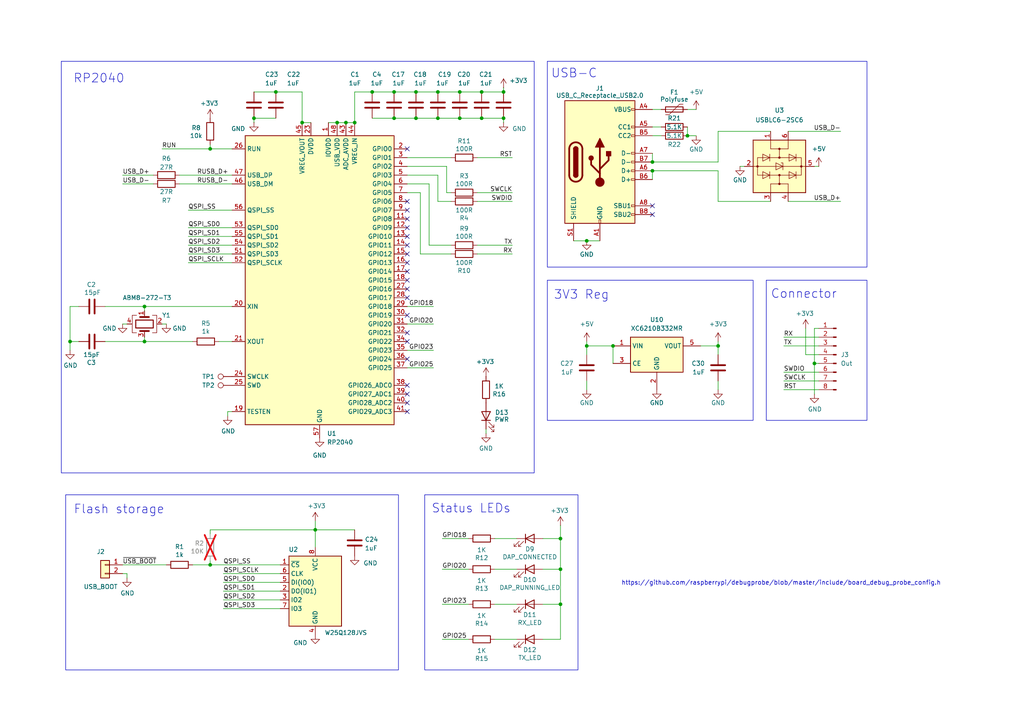
<source format=kicad_sch>
(kicad_sch (version 20250114) (generator "eeschema") (generator_version "9.0")
  (paper "A4")
  (title_block (title "USB to SWD/UART Bridge"))
  (lib_symbols
    (symbol "+3V3_1" (power) (pin_numbers (hide yes)) (pin_names (offset 0) (hide yes))
      (property "Value" "+3V3" (at 0 3.556 0))
      (symbol "+3V3_1_0_1"
        (polyline (pts (xy -0.762 1.27) (xy 0 2.54)))
        (polyline (pts (xy 0 2.54) (xy 0.762 1.27)))
        (polyline (pts (xy 0 0) (xy 0 2.54)))
      )
      (symbol "+3V3_1_1_1"
        (pin power_in line (at 0 0 90) (length 0) (name "~") (number "1"))
      )
    )
    (symbol "Connector:Conn_01x08_Pin" (pin_names (offset 1.016) (hide yes))
      (property "Reference" "J" (at 0 10.16 0))
      (property "Value" "Conn_01x08_Pin" (at 0 -12.7 0))
      (symbol "Conn_01x08_Pin_1_1"
        (rectangle (start 0.8636 7.747) (end 0 7.493) (stroke (width 0.1524)) (fill (type outline)))
        (rectangle (start 0.8636 5.207) (end 0 4.953) (stroke (width 0.1524)) (fill (type outline)))
        (rectangle (start 0.8636 2.667) (end 0 2.413) (stroke (width 0.1524)) (fill (type outline)))
        (rectangle (start 0.8636 0.127) (end 0 -0.127) (stroke (width 0.1524)) (fill (type outline)))
        (rectangle (start 0.8636 -2.413) (end 0 -2.667) (stroke (width 0.1524)) (fill (type outline)))
        (rectangle (start 0.8636 -4.953) (end 0 -5.207) (stroke (width 0.1524)) (fill (type outline)))
        (rectangle (start 0.8636 -7.493) (end 0 -7.747) (stroke (width 0.1524)) (fill (type outline)))
        (rectangle (start 0.8636 -10.033) (end 0 -10.287) (stroke (width 0.1524)) (fill (type outline)))
        (polyline (pts (xy 1.27 7.62) (xy 0.8636 7.62)) (stroke (width 0.1524)))
        (polyline (pts (xy 1.27 5.08) (xy 0.8636 5.08)) (stroke (width 0.1524)))
        (polyline (pts (xy 1.27 2.54) (xy 0.8636 2.54)) (stroke (width 0.1524)))
        (polyline (pts (xy 1.27 0) (xy 0.8636 0)) (stroke (width 0.1524)))
        (polyline (pts (xy 1.27 -2.54) (xy 0.8636 -2.54)) (stroke (width 0.1524)))
        (polyline (pts (xy 1.27 -5.08) (xy 0.8636 -5.08)) (stroke (width 0.1524)))
        (polyline (pts (xy 1.27 -7.62) (xy 0.8636 -7.62)) (stroke (width 0.1524)))
        (polyline (pts (xy 1.27 -10.16) (xy 0.8636 -10.16)) (stroke (width 0.1524)))
        (pin passive line (at 5.08 7.62 180) (length 3.81) (name "Pin_1") (number "1"))
        (pin passive line (at 5.08 5.08 180) (length 3.81) (name "Pin_2") (number "2"))
        (pin passive line (at 5.08 2.54 180) (length 3.81) (name "Pin_3") (number "3"))
        (pin passive line (at 5.08 0 180) (length 3.81) (name "Pin_4") (number "4"))
        (pin passive line (at 5.08 -2.54 180) (length 3.81) (name "Pin_5") (number "5"))
        (pin passive line (at 5.08 -5.08 180) (length 3.81) (name "Pin_6") (number "6"))
        (pin passive line (at 5.08 -7.62 180) (length 3.81) (name "Pin_7") (number "7"))
        (pin passive line (at 5.08 -10.16 180) (length 3.81) (name "Pin_8") (number "8"))
      )
    )
    (symbol "Connector:TestPoint" (pin_numbers (hide yes)) (pin_names (offset 0.762) (hide yes))
      (property "Reference" "TP" (at 0 6.858 0))
      (property "Value" "TestPoint" (at 0 5.08 0))
      (symbol "TestPoint_0_1"
        (circle (center 0 3.302) (radius 0.762))
      )
      (symbol "TestPoint_1_1"
        (pin passive line (at 0 0 90) (length 2.54) (name "1") (number "1"))
      )
    )
    (symbol "Connector:USB_C_Receptacle_USB2.0" (pin_names (offset 1.016))
      (property "Reference" "J" (at -10.16 19.05 0))
      (property "Value" "USB_C_Receptacle_USB2.0" (at 19.05 19.05 0))
      (symbol "USB_C_Receptacle_USB2.0_0_0"
        (rectangle (start -0.254 -17.78) (end 0.254 -16.764))
        (rectangle (start 10.16 15.494) (end 9.144 14.986))
        (rectangle (start 10.16 10.414) (end 9.144 9.906))
        (rectangle (start 10.16 7.874) (end 9.144 7.366))
        (rectangle (start 10.16 2.794) (end 9.144 2.286))
        (rectangle (start 10.16 0.254) (end 9.144 -0.254))
        (rectangle (start 10.16 -2.286) (end 9.144 -2.794))
        (rectangle (start 10.16 -4.826) (end 9.144 -5.334))
        (rectangle (start 10.16 -12.446) (end 9.144 -12.954))
        (rectangle (start 10.16 -14.986) (end 9.144 -15.494))
      )
      (symbol "USB_C_Receptacle_USB2.0_0_1"
        (rectangle (start -10.16 17.78) (end 10.16 -17.78) (stroke (width 0.254)) (fill (type background)))
        (polyline (pts (xy -8.89 -3.81) (xy -8.89 3.81)) (stroke (width 0.508)))
        (rectangle (start -7.62 -3.81) (end -6.35 3.81) (stroke (width 0.254)) (fill (type outline)))
        (arc (start -7.62 3.81) (mid -6.985 4.4423) (end -6.35 3.81) (stroke (width 0.254)))
        (arc (start -7.62 3.81) (mid -6.985 4.4423) (end -6.35 3.81) (stroke (width 0.254)) (fill (type outline)))
        (arc (start -8.89 3.81) (mid -6.985 5.7067) (end -5.08 3.81) (stroke (width 0.508)))
        (arc (start -5.08 -3.81) (mid -6.985 -5.7067) (end -8.89 -3.81) (stroke (width 0.508)))
        (arc (start -6.35 -3.81) (mid -6.985 -4.4423) (end -7.62 -3.81) (stroke (width 0.254)))
        (arc (start -6.35 -3.81) (mid -6.985 -4.4423) (end -7.62 -3.81) (stroke (width 0.254)) (fill (type outline)))
        (polyline (pts (xy -5.08 3.81) (xy -5.08 -3.81)) (stroke (width 0.508)))
        (circle (center -2.54 1.143) (radius 0.635) (stroke (width 0.254)) (fill (type outline)))
        (polyline (pts (xy -1.27 4.318) (xy 0 6.858) (xy 1.27 4.318) (xy -1.27 4.318)) (stroke (width 0.254)) (fill (type outline)))
        (polyline (pts (xy 0 -2.032) (xy 2.54 0.508) (xy 2.54 1.778)) (stroke (width 0.508)))
        (polyline (pts (xy 0 -3.302) (xy -2.54 -0.762) (xy -2.54 0.508)) (stroke (width 0.508)))
        (polyline (pts (xy 0 -5.842) (xy 0 4.318)) (stroke (width 0.508)))
        (circle (center 0 -5.842) (radius 1.27) (fill (type outline)))
        (rectangle (start 1.905 1.778) (end 3.175 3.048) (stroke (width 0.254)) (fill (type outline)))
      )
      (symbol "USB_C_Receptacle_USB2.0_1_1"
        (pin passive line (at -7.62 -22.86 90) (length 5.08) (name "SHIELD") (number "S1"))
        (pin passive line (at 0 -22.86 90) (length 5.08) (name "GND") (number "A1"))
        (pin passive line (at 0 -22.86 90) (length 5.08) (hide yes) (name "GND") (number "A12"))
        (pin passive line (at 0 -22.86 90) (length 5.08) (hide yes) (name "GND") (number "B1"))
        (pin passive line (at 0 -22.86 90) (length 5.08) (hide yes) (name "GND") (number "B12"))
        (pin passive line (at 15.24 15.24 180) (length 5.08) (name "VBUS") (number "A4"))
        (pin passive line (at 15.24 15.24 180) (length 5.08) (hide yes) (name "VBUS") (number "A9"))
        (pin passive line (at 15.24 15.24 180) (length 5.08) (hide yes) (name "VBUS") (number "B4"))
        (pin passive line (at 15.24 15.24 180) (length 5.08) (hide yes) (name "VBUS") (number "B9"))
        (pin bidirectional line (at 15.24 10.16 180) (length 5.08) (name "CC1") (number "A5"))
        (pin bidirectional line (at 15.24 7.62 180) (length 5.08) (name "CC2") (number "B5"))
        (pin bidirectional line (at 15.24 2.54 180) (length 5.08) (name "D-") (number "A7"))
        (pin bidirectional line (at 15.24 0 180) (length 5.08) (name "D-") (number "B7"))
        (pin bidirectional line (at 15.24 -2.54 180) (length 5.08) (name "D+") (number "A6"))
        (pin bidirectional line (at 15.24 -5.08 180) (length 5.08) (name "D+") (number "B6"))
        (pin bidirectional line (at 15.24 -12.7 180) (length 5.08) (name "SBU1") (number "A8"))
        (pin bidirectional line (at 15.24 -15.24 180) (length 5.08) (name "SBU2") (number "B8"))
      )
    )
    (symbol "Connector_Generic:Conn_01x02" (pin_names (offset 1.016) (hide yes))
      (property "Reference" "J" (at 0 2.54 0))
      (property "Value" "Conn_01x02" (at 0 -5.08 0))
      (symbol "Conn_01x02_1_1"
        (rectangle (start -1.27 1.27) (end 1.27 -3.81) (stroke (width 0.254)) (fill (type background)))
        (rectangle (start -1.27 0.127) (end 0 -0.127) (stroke (width 0.1524)))
        (rectangle (start -1.27 -2.413) (end 0 -2.667) (stroke (width 0.1524)))
        (pin passive line (at -5.08 0 0) (length 3.81) (name "Pin_1") (number "1"))
        (pin passive line (at -5.08 -2.54 0) (length 3.81) (name "Pin_2") (number "2"))
      )
    )
    (symbol "Device:C" (pin_numbers (hide yes)) (pin_names (offset 0.254))
      (property "Reference" "C" (at 0.635 2.54 0))
      (property "Value" "C" (at 0.635 -2.54 0))
      (symbol "C_0_1"
        (polyline (pts (xy -2.032 0.762) (xy 2.032 0.762)) (stroke (width 0.508)))
        (polyline (pts (xy -2.032 -0.762) (xy 2.032 -0.762)) (stroke (width 0.508)))
      )
      (symbol "C_1_1"
        (pin passive line (at 0 3.81 270) (length 2.794) (name "~") (number "1"))
        (pin passive line (at 0 -3.81 90) (length 2.794) (name "~") (number "2"))
      )
    )
    (symbol "Device:Crystal_GND24" (pin_names (offset 1.016) (hide yes))
      (property "Reference" "Y" (at 3.175 5.08 0))
      (property "Value" "Crystal_GND24" (at 3.175 3.175 0))
      (symbol "Crystal_GND24_0_1"
        (polyline (pts (xy -2.54 2.286) (xy -2.54 3.556) (xy 2.54 3.556) (xy 2.54 2.286)))
        (polyline (pts (xy -2.54 0) (xy -2.032 0)))
        (polyline (pts (xy -2.54 -2.286) (xy -2.54 -3.556) (xy 2.54 -3.556) (xy 2.54 -2.286)))
        (polyline (pts (xy -2.032 -1.27) (xy -2.032 1.27)) (stroke (width 0.508)))
        (rectangle (start -1.143 2.54) (end 1.143 -2.54) (stroke (width 0.3048)))
        (polyline (pts (xy 0 3.556) (xy 0 3.81)))
        (polyline (pts (xy 0 -3.81) (xy 0 -3.556)))
        (polyline (pts (xy 2.032 0) (xy 2.54 0)))
        (polyline (pts (xy 2.032 -1.27) (xy 2.032 1.27)) (stroke (width 0.508)))
      )
      (symbol "Crystal_GND24_1_1"
        (pin passive line (at -3.81 0 0) (length 1.27) (name "1") (number "1"))
        (pin passive line (at 0 5.08 270) (length 1.27) (name "2") (number "2"))
        (pin passive line (at 0 -5.08 90) (length 1.27) (name "4") (number "4"))
        (pin passive line (at 3.81 0 180) (length 1.27) (name "3") (number "3"))
      )
    )
    (symbol "Device:LED" (pin_numbers (hide yes)) (pin_names (offset 1.016) (hide yes))
      (property "Reference" "D" (at 0 2.54 0))
      (property "Value" "LED" (at 0 -2.54 0))
      (symbol "LED_0_1"
        (polyline (pts (xy -3.048 -0.762) (xy -4.572 -2.286) (xy -3.81 -2.286) (xy -4.572 -2.286) (xy -4.572 -1.524)))
        (polyline (pts (xy -1.778 -0.762) (xy -3.302 -2.286) (xy -2.54 -2.286) (xy -3.302 -2.286) (xy -3.302 -1.524)))
        (polyline (pts (xy -1.27 0) (xy 1.27 0)))
        (polyline (pts (xy -1.27 -1.27) (xy -1.27 1.27)) (stroke (width 0.254)))
        (polyline (pts (xy 1.27 -1.27) (xy 1.27 1.27) (xy -1.27 0) (xy 1.27 -1.27)) (stroke (width 0.254)))
      )
      (symbol "LED_1_1"
        (pin passive line (at -3.81 0 0) (length 2.54) (name "K") (number "1"))
        (pin passive line (at 3.81 0 180) (length 2.54) (name "A") (number "2"))
      )
    )
    (symbol "Device:Polyfuse" (pin_numbers (hide yes)) (pin_names (offset 0))
      (property "Reference" "F" (at -2.54 0 90))
      (property "Value" "Polyfuse" (at 2.54 0 90))
      (symbol "Polyfuse_0_1"
        (polyline (pts (xy -1.524 2.54) (xy -1.524 1.524) (xy 1.524 -1.524) (xy 1.524 -2.54)))
        (rectangle (start -0.762 2.54) (end 0.762 -2.54) (stroke (width 0.254)))
        (polyline (pts (xy 0 2.54) (xy 0 -2.54)))
      )
      (symbol "Polyfuse_1_1"
        (pin passive line (at 0 3.81 270) (length 1.27) (name "~") (number "1"))
        (pin passive line (at 0 -3.81 90) (length 1.27) (name "~") (number "2"))
      )
    )
    (symbol "Device:R" (pin_numbers (hide yes)) (pin_names (offset 0))
      (property "Reference" "R" (at 2.032 0 90))
      (property "Value" "R" (at 0 0 90))
      (symbol "R_0_1"
        (rectangle (start -1.016 -2.54) (end 1.016 2.54) (stroke (width 0.254)))
      )
      (symbol "R_1_1"
        (pin passive line (at 0 3.81 270) (length 1.27) (name "~") (number "1"))
        (pin passive line (at 0 -3.81 90) (length 1.27) (name "~") (number "2"))
      )
    )
    (symbol "GND_1" (power) (pin_numbers (hide yes)) (pin_names (offset 0) (hide yes))
      (property "Value" "GND" (at 0 -3.81 0))
      (symbol "GND_1_0_1"
        (polyline (pts (xy 0 0) (xy 0 -1.27) (xy 1.27 -1.27) (xy 0 -2.54) (xy -1.27 -1.27) (xy 0 -1.27)))
      )
      (symbol "GND_1_1_1"
        (pin power_in line (at 0 0 270) (length 0) (name "~") (number "1"))
      )
    )
    (symbol "GND_2" (power) (pin_numbers (hide yes)) (pin_names (offset 0) (hide yes))
      (property "Value" "GND" (at 0 -3.81 0))
      (symbol "GND_2_0_1"
        (polyline (pts (xy 0 0) (xy 0 -1.27) (xy 1.27 -1.27) (xy 0 -2.54) (xy -1.27 -1.27) (xy 0 -1.27)))
      )
      (symbol "GND_2_1_1"
        (pin power_in line (at 0 0 270) (length 0) (name "~") (number "1"))
      )
    )
    (symbol "MCU_RaspberryPi:RP2040"
      (property "Reference" "U" (at 17.78 45.72 0))
      (property "Value" "RP2040" (at 17.78 43.18 0))
      (symbol "RP2040_0_1"
        (rectangle (start -21.59 41.91) (end 21.59 -41.91) (stroke (width 0.254)) (fill (type background)))
      )
      (symbol "RP2040_1_1"
        (pin input line (at -25.4 38.1 0) (length 3.81) (name "RUN") (number "26"))
        (pin bidirectional line (at -25.4 30.48 0) (length 3.81) (name "USB_DP") (number "47"))
        (pin bidirectional line (at -25.4 27.94 0) (length 3.81) (name "USB_DM") (number "46"))
        (pin bidirectional line (at -25.4 20.32 0) (length 3.81) (name "QSPI_SS") (number "56"))
        (pin bidirectional line (at -25.4 15.24 0) (length 3.81) (name "QSPI_SD0") (number "53"))
        (pin bidirectional line (at -25.4 12.7 0) (length 3.81) (name "QSPI_SD1") (number "55"))
        (pin bidirectional line (at -25.4 10.16 0) (length 3.81) (name "QSPI_SD2") (number "54"))
        (pin bidirectional line (at -25.4 7.62 0) (length 3.81) (name "QSPI_SD3") (number "51"))
        (pin output line (at -25.4 5.08 0) (length 3.81) (name "QSPI_SCLK") (number "52"))
        (pin input line (at -25.4 -7.62 0) (length 3.81) (name "XIN") (number "20"))
        (pin passive line (at -25.4 -17.78 0) (length 3.81) (name "XOUT") (number "21"))
        (pin input line (at -25.4 -27.94 0) (length 3.81) (name "SWCLK") (number "24"))
        (pin bidirectional line (at -25.4 -30.48 0) (length 3.81) (name "SWD") (number "25"))
        (pin input line (at -25.4 -38.1 0) (length 3.81) (name "TESTEN") (number "19"))
        (pin power_out line (at -5.08 45.72 270) (length 3.81) (name "VREG_VOUT") (number "45"))
        (pin power_in line (at -2.54 45.72 270) (length 3.81) (name "DVDD") (number "23"))
        (pin passive line (at -2.54 45.72 270) (length 3.81) (hide yes) (name "DVDD") (number "50"))
        (pin power_in line (at 0 -45.72 90) (length 3.81) (name "GND") (number "57"))
        (pin power_in line (at 2.54 45.72 270) (length 3.81) (name "IOVDD") (number "1"))
        (pin passive line (at 2.54 45.72 270) (length 3.81) (hide yes) (name "IOVDD") (number "10"))
        (pin passive line (at 2.54 45.72 270) (length 3.81) (hide yes) (name "IOVDD") (number "22"))
        (pin passive line (at 2.54 45.72 270) (length 3.81) (hide yes) (name "IOVDD") (number "33"))
        (pin passive line (at 2.54 45.72 270) (length 3.81) (hide yes) (name "IOVDD") (number "42"))
        (pin passive line (at 2.54 45.72 270) (length 3.81) (hide yes) (name "IOVDD") (number "49"))
        (pin power_in line (at 5.08 45.72 270) (length 3.81) (name "USB_VDD") (number "48"))
        (pin power_in line (at 7.62 45.72 270) (length 3.81) (name "ADC_AVDD") (number "43"))
        (pin power_in line (at 10.16 45.72 270) (length 3.81) (name "VREG_IN") (number "44"))
        (pin bidirectional line (at 25.4 38.1 180) (length 3.81) (name "GPIO0") (number "2"))
        (pin bidirectional line (at 25.4 35.56 180) (length 3.81) (name "GPIO1") (number "3"))
        (pin bidirectional line (at 25.4 33.02 180) (length 3.81) (name "GPIO2") (number "4"))
        (pin bidirectional line (at 25.4 30.48 180) (length 3.81) (name "GPIO3") (number "5"))
        (pin bidirectional line (at 25.4 27.94 180) (length 3.81) (name "GPIO4") (number "6"))
        (pin bidirectional line (at 25.4 25.4 180) (length 3.81) (name "GPIO5") (number "7"))
        (pin bidirectional line (at 25.4 22.86 180) (length 3.81) (name "GPIO6") (number "8"))
        (pin bidirectional line (at 25.4 20.32 180) (length 3.81) (name "GPIO7") (number "9"))
        (pin bidirectional line (at 25.4 17.78 180) (length 3.81) (name "GPIO8") (number "11"))
        (pin bidirectional line (at 25.4 15.24 180) (length 3.81) (name "GPIO9") (number "12"))
        (pin bidirectional line (at 25.4 12.7 180) (length 3.81) (name "GPIO10") (number "13"))
        (pin bidirectional line (at 25.4 10.16 180) (length 3.81) (name "GPIO11") (number "14"))
        (pin bidirectional line (at 25.4 7.62 180) (length 3.81) (name "GPIO12") (number "15"))
        (pin bidirectional line (at 25.4 5.08 180) (length 3.81) (name "GPIO13") (number "16"))
        (pin bidirectional line (at 25.4 2.54 180) (length 3.81) (name "GPIO14") (number "17"))
        (pin bidirectional line (at 25.4 0 180) (length 3.81) (name "GPIO15") (number "18"))
        (pin bidirectional line (at 25.4 -2.54 180) (length 3.81) (name "GPIO16") (number "27"))
        (pin bidirectional line (at 25.4 -5.08 180) (length 3.81) (name "GPIO17") (number "28"))
        (pin bidirectional line (at 25.4 -7.62 180) (length 3.81) (name "GPIO18") (number "29"))
        (pin bidirectional line (at 25.4 -10.16 180) (length 3.81) (name "GPIO19") (number "30"))
        (pin bidirectional line (at 25.4 -12.7 180) (length 3.81) (name "GPIO20") (number "31"))
        (pin bidirectional line (at 25.4 -15.24 180) (length 3.81) (name "GPIO21") (number "32"))
        (pin bidirectional line (at 25.4 -17.78 180) (length 3.81) (name "GPIO22") (number "34"))
        (pin bidirectional line (at 25.4 -20.32 180) (length 3.81) (name "GPIO23") (number "35"))
        (pin bidirectional line (at 25.4 -22.86 180) (length 3.81) (name "GPIO24") (number "36"))
        (pin bidirectional line (at 25.4 -25.4 180) (length 3.81) (name "GPIO25") (number "37"))
        (pin bidirectional line (at 25.4 -30.48 180) (length 3.81) (name "GPIO26_ADC0") (number "38"))
        (pin bidirectional line (at 25.4 -33.02 180) (length 3.81) (name "GPIO27_ADC1") (number "39"))
        (pin bidirectional line (at 25.4 -35.56 180) (length 3.81) (name "GPIO28_ADC2") (number "40"))
        (pin bidirectional line (at 25.4 -38.1 180) (length 3.81) (name "GPIO29_ADC3") (number "41"))
      )
    )
    (symbol "Memory_Flash:W25Q128JVS"
      (property "Reference" "U" (at -8.89 8.89 0))
      (property "Value" "W25Q128JVS" (at 7.62 8.89 0))
      (symbol "W25Q128JVS_0_1"
        (rectangle (start -7.62 10.16) (end 7.62 -10.16) (stroke (width 0.254)) (fill (type background)))
      )
      (symbol "W25Q128JVS_1_1"
        (pin input line (at -10.16 7.62 0) (length 2.54) (name "~{CS}") (number "1"))
        (pin input line (at -10.16 5.08 0) (length 2.54) (name "CLK") (number "6"))
        (pin bidirectional line (at -10.16 2.54 0) (length 2.54) (name "DI(IO0)") (number "5"))
        (pin bidirectional line (at -10.16 0 0) (length 2.54) (name "DO(IO1)") (number "2"))
        (pin bidirectional line (at -10.16 -2.54 0) (length 2.54) (name "IO2") (number "3"))
        (pin bidirectional line (at -10.16 -5.08 0) (length 2.54) (name "IO3") (number "7"))
        (pin power_in line (at 0 12.7 270) (length 2.54) (name "VCC") (number "8"))
        (pin power_in line (at 0 -12.7 90) (length 2.54) (name "GND") (number "4"))
      )
    )
    (symbol "Power_Protection:USBLC6-2SC6" (pin_names (hide yes))
      (property "Reference" "U" (at 2.54 8.89 0))
      (property "Value" "USBLC6-2SC6" (at 2.54 -8.89 0))
      (symbol "USBLC6-2SC6_0_1"
        (rectangle (start -7.62 -7.62) (end 7.62 7.62) (stroke (width 0.254)) (fill (type background)))
        (polyline (pts (xy -5.08 2.54) (xy -7.62 2.54)))
        (circle (center -5.08 0) (radius 0.254) (fill (type outline)))
        (polyline (pts (xy -5.08 0) (xy -5.08 -2.54)))
        (polyline (pts (xy -5.08 -2.54) (xy -7.62 -2.54)))
        (polyline (pts (xy -3.556 2.794) (xy -1.524 2.794) (xy -2.54 4.826) (xy -3.556 2.794)))
        (polyline (pts (xy -3.556 -4.826) (xy -1.524 -4.826) (xy -2.54 -2.794) (xy -3.556 -4.826)))
        (rectangle (start -2.54 6.35) (end 2.54 -6.35))
        (circle (center -2.54 0) (radius 0.254) (fill (type outline)))
        (polyline (pts (xy -2.54 0) (xy -5.08 0) (xy -5.08 2.54)))
        (polyline (pts (xy -1.524 4.826) (xy -3.556 4.826)))
        (polyline (pts (xy -1.524 -2.794) (xy -3.556 -2.794)))
        (polyline (pts (xy -1.016 -1.016) (xy 1.016 -1.016) (xy 0 1.016) (xy -1.016 -1.016)))
        (circle (center 0 6.35) (radius 0.254) (fill (type outline)))
        (polyline (pts (xy 0 6.35) (xy 0 7.62)))
        (polyline (pts (xy 0 1.27) (xy 0 6.35)))
        (polyline (pts (xy 0 -6.35) (xy 0 1.27)))
        (circle (center 0 -6.35) (radius 0.254) (fill (type outline)))
        (polyline (pts (xy 0 -7.62) (xy 0 -6.35)))
        (polyline (pts (xy 1.016 1.016) (xy 0.762 1.016) (xy -1.016 1.016) (xy -1.016 0.508)))
        (polyline (pts (xy 1.524 4.826) (xy 3.556 4.826)))
        (polyline (pts (xy 1.524 -2.794) (xy 3.556 -2.794)))
        (polyline (pts (xy 2.54 0) (xy 5.08 0) (xy 5.08 2.54)))
        (circle (center 2.54 0) (radius 0.254) (fill (type outline)))
        (polyline (pts (xy 3.556 2.794) (xy 1.524 2.794) (xy 2.54 4.826) (xy 3.556 2.794)))
        (polyline (pts (xy 3.556 -4.826) (xy 1.524 -4.826) (xy 2.54 -2.794) (xy 3.556 -4.826)))
        (polyline (pts (xy 5.08 2.54) (xy 7.62 2.54)))
        (polyline (pts (xy 5.08 0) (xy 5.08 -2.54)))
        (circle (center 5.08 0) (radius 0.254) (fill (type outline)))
        (polyline (pts (xy 5.08 -2.54) (xy 7.62 -2.54)))
      )
      (symbol "USBLC6-2SC6_1_1"
        (pin passive line (at -10.16 2.54 0) (length 2.54) (name "I/O1") (number "6"))
        (pin passive line (at -10.16 -2.54 0) (length 2.54) (name "I/O1") (number "1"))
        (pin passive line (at 0 10.16 270) (length 2.54) (name "VBUS") (number "5"))
        (pin passive line (at 0 -10.16 90) (length 2.54) (name "GND") (number "2"))
        (pin passive line (at 10.16 2.54 180) (length 2.54) (name "I/O2") (number "4"))
        (pin passive line (at 10.16 -2.54 180) (length 2.54) (name "I/O2") (number "3"))
      )
    )
    (symbol "Regulator_Linear:XC6210B332MR"
      (property "Reference" "U" (at 0 8.89 0))
      (property "Value" "XC6210B332MR" (at 0 6.35 0))
      (symbol "XC6210B332MR_0_1"
        (rectangle (start -7.62 5.08) (end 7.62 -5.08) (stroke (width 0.254)) (fill (type background)))
      )
      (symbol "XC6210B332MR_1_1"
        (pin power_in line (at -12.7 2.54 0) (length 5.08) (name "VIN") (number "1"))
        (pin input line (at -12.7 -2.54 0) (length 5.08) (name "CE") (number "3"))
        (pin power_in line (at 0 -10.16 90) (length 5.08) (name "GND") (number "2"))
        (pin no_connect line (at 7.62 -2.54 180) (length 5.08) (hide yes) (name "NC") (number "4"))
        (pin power_out line (at 12.7 2.54 180) (length 5.08) (name "VOUT") (number "5"))
      )
    )
    (symbol "power:+3V3" (power) (pin_names (offset 0))
      (property "Value" "+3V3" (at 0 3.556 0))
      (symbol "+3V3_0_1"
        (polyline (pts (xy -0.762 1.27) (xy 0 2.54)))
        (polyline (pts (xy 0 2.54) (xy 0.762 1.27)))
        (polyline (pts (xy 0 0) (xy 0 2.54)))
      )
      (symbol "+3V3_1_1"
        (pin power_in line (at 0 0 90) (length 0) (hide yes) (name "+3V3") (number "1"))
      )
    )
    (symbol "power:+5V" (power) (pin_numbers (hide yes)) (pin_names (offset 0) (hide yes))
      (property "Value" "+5V" (at 0 3.556 0))
      (symbol "+5V_0_1"
        (polyline (pts (xy -0.762 1.27) (xy 0 2.54)))
        (polyline (pts (xy 0 2.54) (xy 0.762 1.27)))
        (polyline (pts (xy 0 0) (xy 0 2.54)))
      )
      (symbol "+5V_1_1"
        (pin power_in line (at 0 0 90) (length 0) (name "~") (number "1"))
      )
    )
    (symbol "power:GND" (power) (pin_names (offset 0))
      (property "Value" "GND" (at 0 -3.81 0))
      (symbol "GND_0_1"
        (polyline (pts (xy 0 0) (xy 0 -1.27) (xy 1.27 -1.27) (xy 0 -2.54) (xy -1.27 -1.27) (xy 0 -1.27)))
      )
      (symbol "GND_1_1"
        (pin power_in line (at 0 0 270) (length 0) (hide yes) (name "GND") (number "1"))
      )
    )
  )
  (rectangle (start 222.25 81.28) (end 251.46 121.92))
  (rectangle (start 123.19 143.51) (end 167.64 194.31))
  (rectangle (start 158.75 81.28) (end 218.44 121.92))
  (rectangle (start 17.78 17.78) (end 154.94 137.16))
  (rectangle (start 158.75 17.78) (end 251.46 77.47))
  (rectangle (start 19.05 143.51) (end 115.57 194.31))
  (text "https://github.com/raspberrypi/debugprobe/blob/master/include/board_debug_probe_config.h" (at 226.568 169.164 0) (effects (font (size 1.27 1.27))))
  (text "RP2040" (at 28.702 22.86 0) (effects (font (size 2.54 2.54))))
  (text "USB-C\n" (at 159.766 22.86 0) (effects (font (size 2.54 2.54)) (justify left bottom)))
  (text "Connector\n" (at 233.172 85.344 0) (effects (font (size 2.54 2.54))))
  (text "Flash storage\n" (at 34.544 147.828 0) (effects (font (size 2.54 2.54))))
  (text "3V3 Reg" (at 168.656 85.598 0) (effects (font (size 2.54 2.54))))
  (text "Status LEDs" (at 136.652 147.574 0) (effects (font (size 2.54 2.54))))
  (junction (at 41.91 99.06))
  (junction (at 120.65 26.67))
  (junction (at 208.28 100.33))
  (junction (at 20.32 99.06))
  (junction (at 133.35 34.29))
  (junction (at 91.44 153.67))
  (junction (at 170.18 69.85))
  (junction (at 133.35 26.67))
  (junction (at 177.8 100.33))
  (junction (at 73.66 34.29))
  (junction (at 60.96 43.18))
  (junction (at 87.63 35.56))
  (junction (at 146.05 34.29))
  (junction (at 120.65 34.29))
  (junction (at 127 26.67))
  (junction (at 199.39 39.37))
  (junction (at 170.18 100.33))
  (junction (at 189.23 49.53))
  (junction (at 97.79 35.56))
  (junction (at 114.3 26.67))
  (junction (at 162.56 156.21))
  (junction (at 162.56 165.1))
  (junction (at 60.96 163.83))
  (junction (at 189.23 46.99))
  (junction (at 41.91 88.9))
  (junction (at 100.33 35.56))
  (junction (at 146.05 26.67))
  (junction (at 102.87 35.56))
  (junction (at 162.56 175.26))
  (junction (at 127 34.29))
  (junction (at 139.7 34.29))
  (junction (at 114.3 34.29))
  (junction (at 139.7 26.67))
  (junction (at 80.01 26.67))
  (junction (at 236.22 105.41))
  (junction (at 107.95 26.67))
  (no_connect (at 118.11 119.38))
  (no_connect (at 118.11 99.06))
  (no_connect (at 118.11 43.18))
  (no_connect (at 118.11 58.42))
  (no_connect (at 118.11 116.84))
  (no_connect (at 118.11 60.96))
  (no_connect (at 118.11 68.58))
  (no_connect (at 118.11 104.14))
  (no_connect (at 118.11 81.28))
  (no_connect (at 118.11 63.5))
  (no_connect (at 118.11 66.04))
  (no_connect (at 118.11 114.3))
  (no_connect (at 118.11 73.66))
  (no_connect (at 118.11 86.36))
  (no_connect (at 118.11 76.2))
  (no_connect (at 118.11 96.52))
  (no_connect (at 118.11 83.82))
  (no_connect (at 118.11 71.12))
  (no_connect (at 118.11 111.76))
  (no_connect (at 118.11 91.44))
  (no_connect (at 189.23 59.69))
  (no_connect (at 189.23 62.23))
  (no_connect (at 118.11 78.74))
  (wire (pts (xy 189.23 46.99) (xy 208.28 46.99)))
  (wire (pts (xy 22.86 88.9) (xy 20.32 88.9)))
  (wire (pts (xy 66.04 119.38) (xy 67.31 119.38)))
  (wire (pts (xy 80.01 26.67) (xy 73.66 26.67)))
  (wire (pts (xy 138.43 58.42) (xy 148.59 58.42)))
  (wire (pts (xy 127 26.67) (xy 133.35 26.67)))
  (wire (pts (xy 67.31 73.66) (xy 54.61 73.66)))
  (wire (pts (xy 41.91 99.06) (xy 55.88 99.06)))
  (wire (pts (xy 237.49 113.03) (xy 227.33 113.03)))
  (wire (pts (xy 170.18 110.49) (xy 170.18 113.03)))
  (wire (pts (xy 67.31 68.58) (xy 54.61 68.58)))
  (wire (pts (xy 203.2 100.33) (xy 208.28 100.33)))
  (wire (pts (xy 233.68 95.25) (xy 233.68 102.87)))
  (wire (pts (xy 170.18 99.06) (xy 170.18 100.33)))
  (wire (pts (xy 143.51 175.26) (xy 149.86 175.26)))
  (wire (pts (xy 81.28 168.91) (xy 64.77 168.91)))
  (wire (pts (xy 81.28 173.99) (xy 64.77 173.99)))
  (wire (pts (xy 20.32 99.06) (xy 20.32 101.6)))
  (wire (pts (xy 125.73 101.6) (xy 118.11 101.6)))
  (wire (pts (xy 177.8 100.33) (xy 177.8 105.41)))
  (wire (pts (xy 146.05 34.29) (xy 139.7 34.29)))
  (wire (pts (xy 128.27 156.21) (xy 135.89 156.21)))
  (wire (pts (xy 118.11 50.8) (xy 127 50.8)))
  (wire (pts (xy 35.56 53.34) (xy 44.45 53.34)))
  (wire (pts (xy 97.79 35.56) (xy 100.33 35.56)))
  (wire (pts (xy 73.66 35.56) (xy 73.66 34.29)))
  (wire (pts (xy 63.5 99.06) (xy 67.31 99.06)))
  (wire (pts (xy 67.31 66.04) (xy 54.61 66.04)))
  (wire (pts (xy 95.25 35.56) (xy 97.79 35.56)))
  (wire (pts (xy 114.3 34.29) (xy 120.65 34.29)))
  (wire (pts (xy 60.96 162.56) (xy 60.96 163.83)))
  (wire (pts (xy 189.23 31.75) (xy 191.77 31.75)))
  (wire (pts (xy 107.95 26.67) (xy 114.3 26.67)))
  (wire (pts (xy 208.28 38.1) (xy 223.52 38.1)))
  (wire (pts (xy 22.86 99.06) (xy 20.32 99.06)))
  (wire (pts (xy 236.22 95.25) (xy 236.22 105.41)))
  (wire (pts (xy 52.07 50.8) (xy 67.31 50.8)))
  (wire (pts (xy 121.92 73.66) (xy 121.92 55.88)))
  (wire (pts (xy 54.61 60.96) (xy 67.31 60.96)))
  (wire (pts (xy 41.91 88.9) (xy 67.31 88.9)))
  (wire (pts (xy 73.66 34.29) (xy 80.01 34.29)))
  (wire (pts (xy 208.28 113.03) (xy 208.28 110.49)))
  (wire (pts (xy 35.56 93.98) (xy 36.83 93.98)))
  (wire (pts (xy 157.48 156.21) (xy 162.56 156.21)))
  (wire (pts (xy 189.23 49.53) (xy 189.23 52.07)))
  (wire (pts (xy 124.46 53.34) (xy 124.46 71.12)))
  (wire (pts (xy 138.43 45.72) (xy 148.59 45.72)))
  (wire (pts (xy 170.18 100.33) (xy 177.8 100.33)))
  (wire (pts (xy 208.28 49.53) (xy 189.23 49.53)))
  (wire (pts (xy 243.84 58.42) (xy 228.6 58.42)))
  (wire (pts (xy 201.93 39.37) (xy 199.39 39.37)))
  (wire (pts (xy 118.11 53.34) (xy 124.46 53.34)))
  (wire (pts (xy 208.28 99.06) (xy 208.28 100.33)))
  (wire (pts (xy 67.31 71.12) (xy 54.61 71.12)))
  (wire (pts (xy 127 50.8) (xy 127 58.42)))
  (wire (pts (xy 138.43 55.88) (xy 148.59 55.88)))
  (wire (pts (xy 129.54 55.88) (xy 129.54 48.26)))
  (wire (pts (xy 127 58.42) (xy 130.81 58.42)))
  (wire (pts (xy 20.32 88.9) (xy 20.32 99.06)))
  (wire (pts (xy 30.48 88.9) (xy 41.91 88.9)))
  (wire (pts (xy 133.35 34.29) (xy 127 34.29)))
  (wire (pts (xy 125.73 93.98) (xy 118.11 93.98)))
  (wire (pts (xy 143.51 185.42) (xy 149.86 185.42)))
  (wire (pts (xy 30.48 99.06) (xy 41.91 99.06)))
  (wire (pts (xy 237.49 107.95) (xy 227.33 107.95)))
  (wire (pts (xy 35.56 50.8) (xy 44.45 50.8)))
  (wire (pts (xy 46.99 93.98) (xy 48.26 93.98)))
  (wire (pts (xy 129.54 48.26) (xy 118.11 48.26)))
  (wire (pts (xy 52.07 53.34) (xy 67.31 53.34)))
  (wire (pts (xy 236.22 105.41) (xy 237.49 105.41)))
  (wire (pts (xy 133.35 26.67) (xy 139.7 26.67)))
  (wire (pts (xy 157.48 165.1) (xy 162.56 165.1)))
  (wire (pts (xy 35.56 166.37) (xy 36.83 166.37)))
  (wire (pts (xy 102.87 26.67) (xy 107.95 26.67)))
  (wire (pts (xy 121.92 55.88) (xy 118.11 55.88)))
  (wire (pts (xy 36.83 166.37) (xy 36.83 167.64)))
  (wire (pts (xy 60.96 41.91) (xy 60.96 43.18)))
  (wire (pts (xy 157.48 185.42) (xy 162.56 185.42)))
  (wire (pts (xy 143.51 156.21) (xy 149.86 156.21)))
  (wire (pts (xy 162.56 165.1) (xy 162.56 175.26)))
  (wire (pts (xy 170.18 69.85) (xy 173.99 69.85)))
  (wire (pts (xy 60.96 154.94) (xy 60.96 153.67)))
  (wire (pts (xy 214.63 48.26) (xy 215.9 48.26)))
  (wire (pts (xy 64.77 166.37) (xy 81.28 166.37)))
  (wire (pts (xy 208.28 46.99) (xy 208.28 38.1)))
  (wire (pts (xy 125.73 106.68) (xy 118.11 106.68)))
  (wire (pts (xy 87.63 26.67) (xy 87.63 35.56)))
  (wire (pts (xy 189.23 39.37) (xy 191.77 39.37)))
  (wire (pts (xy 60.96 163.83) (xy 81.28 163.83)))
  (wire (pts (xy 130.81 73.66) (xy 121.92 73.66)))
  (wire (pts (xy 157.48 175.26) (xy 162.56 175.26)))
  (wire (pts (xy 54.61 76.2) (xy 67.31 76.2)))
  (wire (pts (xy 118.11 45.72) (xy 130.81 45.72)))
  (wire (pts (xy 166.37 69.85) (xy 170.18 69.85)))
  (wire (pts (xy 102.87 26.67) (xy 102.87 35.56)))
  (wire (pts (xy 237.49 110.49) (xy 227.33 110.49)))
  (wire (pts (xy 128.27 185.42) (xy 135.89 185.42)))
  (wire (pts (xy 140.97 125.73) (xy 140.97 124.46)))
  (wire (pts (xy 199.39 36.83) (xy 199.39 39.37)))
  (wire (pts (xy 170.18 102.87) (xy 170.18 100.33)))
  (wire (pts (xy 236.22 105.41) (xy 236.22 114.3)))
  (wire (pts (xy 100.33 35.56) (xy 102.87 35.56)))
  (wire (pts (xy 208.28 102.87) (xy 208.28 100.33)))
  (wire (pts (xy 162.56 152.4) (xy 162.56 156.21)))
  (wire (pts (xy 124.46 71.12) (xy 130.81 71.12)))
  (wire (pts (xy 189.23 36.83) (xy 191.77 36.83)))
  (wire (pts (xy 146.05 35.56) (xy 146.05 34.29)))
  (wire (pts (xy 128.27 175.26) (xy 135.89 175.26)))
  (wire (pts (xy 138.43 73.66) (xy 148.59 73.66)))
  (wire (pts (xy 125.73 88.9) (xy 118.11 88.9)))
  (wire (pts (xy 55.88 163.83) (xy 60.96 163.83)))
  (wire (pts (xy 120.65 34.29) (xy 127 34.29)))
  (wire (pts (xy 143.51 165.1) (xy 149.86 165.1)))
  (wire (pts (xy 237.49 48.26) (xy 236.22 48.26)))
  (wire (pts (xy 46.99 43.18) (xy 60.96 43.18)))
  (wire (pts (xy 60.96 43.18) (xy 67.31 43.18)))
  (wire (pts (xy 128.27 165.1) (xy 135.89 165.1)))
  (wire (pts (xy 208.28 58.42) (xy 208.28 49.53)))
  (wire (pts (xy 189.23 44.45) (xy 189.23 46.99)))
  (wire (pts (xy 107.95 34.29) (xy 114.3 34.29)))
  (wire (pts (xy 139.7 34.29) (xy 133.35 34.29)))
  (wire (pts (xy 120.65 26.67) (xy 127 26.67)))
  (wire (pts (xy 138.43 71.12) (xy 148.59 71.12)))
  (wire (pts (xy 146.05 25.4) (xy 146.05 26.67)))
  (wire (pts (xy 237.49 100.33) (xy 227.33 100.33)))
  (wire (pts (xy 233.68 102.87) (xy 237.49 102.87)))
  (wire (pts (xy 139.7 26.67) (xy 146.05 26.67)))
  (wire (pts (xy 81.28 176.53) (xy 64.77 176.53)))
  (wire (pts (xy 236.22 95.25) (xy 237.49 95.25)))
  (wire (pts (xy 199.39 31.75) (xy 201.93 31.75)))
  (wire (pts (xy 91.44 151.13) (xy 91.44 153.67)))
  (wire (pts (xy 91.44 153.67) (xy 91.44 158.75)))
  (wire (pts (xy 41.91 97.79) (xy 41.91 99.06)))
  (wire (pts (xy 60.96 153.67) (xy 91.44 153.67)))
  (wire (pts (xy 162.56 175.26) (xy 162.56 185.42)))
  (wire (pts (xy 80.01 26.67) (xy 87.63 26.67)))
  (wire (pts (xy 48.26 163.83) (xy 35.56 163.83)))
  (wire (pts (xy 87.63 35.56) (xy 90.17 35.56)))
  (wire (pts (xy 130.81 55.88) (xy 129.54 55.88)))
  (wire (pts (xy 81.28 171.45) (xy 64.77 171.45)))
  (wire (pts (xy 114.3 26.67) (xy 120.65 26.67)))
  (wire (pts (xy 66.04 120.65) (xy 66.04 119.38)))
  (wire (pts (xy 237.49 97.79) (xy 227.33 97.79)))
  (wire (pts (xy 243.84 38.1) (xy 228.6 38.1)))
  (wire (pts (xy 223.52 58.42) (xy 208.28 58.42)))
  (wire (pts (xy 162.56 156.21) (xy 162.56 165.1)))
  (wire (pts (xy 91.44 153.67) (xy 102.87 153.67)))
  (wire (pts (xy 41.91 90.17) (xy 41.91 88.9)))
  (label "SWDIO" (at 227.33 107.95 0))
  (label "GPIO25" (at 128.27 185.42 0))
  (label "RST" (at 148.59 45.72 180))
  (label "GPIO20" (at 125.73 93.98 180))
  (label "RUSB_D-" (at 57.15 53.34 0))
  (label "RX" (at 148.59 73.66 180))
  (label "RST" (at 227.33 113.03 0))
  (label "SWDIO" (at 148.59 58.42 180))
  (label "QSPI_SD0" (at 64.77 168.91 0))
  (label "USB_D-" (at 35.56 53.34 0))
  (label "GPIO18" (at 125.73 88.9 180))
  (label "RUN" (at 46.99 43.18 0))
  (label "QSPI_SCLK" (at 54.61 76.2 0))
  (label "SWCLK" (at 227.33 110.49 0))
  (label "GPIO25" (at 125.73 106.68 180))
  (label "RUSB_D+" (at 57.15 50.8 0))
  (label "GPIO20" (at 128.27 165.1 0))
  (label "QSPI_SS" (at 64.77 163.83 0))
  (label "USB_D+" (at 35.56 50.8 0))
  (label "TX" (at 227.33 100.33 0))
  (label "~{USB_BOOT}" (at 35.56 163.83 0))
  (label "SWCLK" (at 148.59 55.88 180))
  (label "GPIO23" (at 125.73 101.6 180))
  (label "RX" (at 227.33 97.79 0))
  (label "QSPI_SD0" (at 54.61 66.04 0))
  (label "QSPI_SD3" (at 54.61 73.66 0))
  (label "GPIO18" (at 128.27 156.21 0))
  (label "QSPI_SD2" (at 64.77 173.99 0))
  (label "GPIO23" (at 128.27 175.26 0))
  (label "USB_D+" (at 243.84 58.42 180))
  (label "QSPI_SS" (at 54.61 60.96 0))
  (label "QSPI_SD2" (at 54.61 71.12 0))
  (label "TX" (at 148.59 71.12 180))
  (label "QSPI_SD3" (at 64.77 176.53 0))
  (label "QSPI_SCLK" (at 64.77 166.37 0))
  (label "QSPI_SD1" (at 54.61 68.58 0))
  (label "QSPI_SD1" (at 64.77 171.45 0))
  (label "USB_D-" (at 243.84 38.1 180))
  (symbol (lib_id "Memory_Flash:W25Q128JVS") (at 91.44 171.45 0) (unit 1)
    (property "Reference" "U2" (at 85.09 159.385 0))
    (property "Value" "W25Q128JVS" (at 100.33 183.515 0))
    (property "Footprint" "Package_SO:SOIC-8_5.3x5.3mm_P1.27mm" (effects (hide yes)))
    (property "Datasheet" "http://www.winbond.com/resource-files/w25q128jv_dtr%20revc%2003272018%20plus.pdf" (effects (hide yes)))
  )
  (symbol (lib_id "power:+3V3") (at 91.44 151.13 0) (unit 1)
    (property "Reference" "#PWR07" (effects (hide yes)))
    (property "Value" "+3V3" (at 91.821 146.7358 0))
  )
  (symbol (lib_id "power:GND") (at 91.44 184.15 0) (unit 1)
    (property "Reference" "#PWR08" (effects (hide yes)))
    (property "Value" "GND" (at 87.122 186.436 0))
  )
  (symbol (lib_id "Device:R") (at 60.96 158.75 0) (mirror y) (unit 1) (on_board no) (dnp yes)
    (property "Reference" "R2" (at 59.182 157.5816 0) (effects (justify left)))
    (property "Value" "10K" (at 59.182 159.893 0) (effects (justify left)))
    (property "Footprint" "Resistor_SMD:R_0603_1608Metric" (effects (hide yes)))
  )
  (symbol (lib_id "Device:R") (at 52.07 163.83 270) (unit 1)
    (property "Reference" "R1" (at 52.07 158.5722 90))
    (property "Value" "1k" (at 52.07 160.8836 90))
    (property "Footprint" "Resistor_SMD:R_0603_1608Metric" (effects (hide yes)))
  )
  (symbol (lib_id "power:GND") (at 102.87 161.29 0) (unit 1)
    (property "Reference" "#PWR011" (effects (hide yes)))
    (property "Value" "GND" (at 107.442 163.322 0))
  )
  (symbol (lib_id "Connector_Generic:Conn_01x02") (at 30.48 163.83 0) (mirror y) (unit 1)
    (property "Reference" "J2" (at 29.21 160.02 0))
    (property "Value" "USB_BOOT" (at 29.21 170.18 0))
    (property "Footprint" "Connector_PinHeader_1.27mm:PinHeader_1x02_P1.27mm_Vertical" (effects (hide yes)))
  )
  (symbol (lib_id "power:GND") (at 36.83 167.64 0) (unit 1)
    (property "Reference" "#PWR02" (effects (hide yes)))
    (property "Value" "GND" (at 36.957 172.0342 0))
  )
  (symbol (lib_name "+3V3_1") (lib_id "power:+3V3") (at 162.56 152.4 0) (unit 1)
    (property "Reference" "#PWR010" (effects (hide yes)))
    (property "Value" "+3V3" (at 162.306 148.082 0))
    (property "Description" "Power symbol creates a global label with name \"+3V3\"" (effects (hide yes)))
  )
  (symbol (lib_id "power:+5V") (at 170.18 99.06 0) (unit 1)
    (property "Reference" "#PWR048" (effects (hide yes)))
    (property "Value" "+5V" (at 170.18 93.98 0))
    (property "Description" "Power symbol creates a global label with name \"+5V\"" (effects (hide yes)))
  )
  (symbol (lib_id "Device:R") (at 48.26 50.8 90) (unit 1)
    (property "Reference" "R6" (at 48.26 45.974 90))
    (property "Value" "27R" (at 48.26 48.514 90))
    (property "Footprint" "Resistor_SMD:R_0603_1608Metric" (effects (hide yes)))
    (property "Description" "Resistor" (effects (hide yes)))
  )
  (symbol (lib_name "GND_2") (lib_id "power:GND") (at 92.71 127 0) (unit 1)
    (property "Reference" "#PWR04" (effects (hide yes)))
    (property "Value" "GND" (at 92.71 132.08 0))
    (property "Description" "Power symbol creates a global label with name \"GND\" , ground" (effects (hide yes)))
  )
  (symbol (lib_id "Device:C") (at 133.35 30.48 0) (unit 1)
    (property "Reference" "C19" (at 127 21.59 0) (effects (justify left)))
    (property "Value" "1uF" (at 126.492 24.13 0) (effects (justify left)))
    (property "Footprint" "Capacitor_SMD:C_0603_1608Metric" (effects (hide yes)))
    (property "Description" "Unpolarized capacitor" (effects (hide yes)))
  )
  (symbol (lib_id "Power_Protection:USBLC6-2SC6") (at 226.06 48.26 270) (unit 1)
    (property "Reference" "U3" (at 226.06 32.004 90))
    (property "Value" "USBLC6-2SC6" (at 226.06 34.798 90))
    (property "Footprint" "Package_TO_SOT_SMD:SOT-23-6" (effects (hide yes)))
    (property "Datasheet" "https://www.st.com/resource/en/datasheet/usblc6-2.pdf" (effects (hide yes)))
    (property "LCSC" "C2827654" (effects (hide yes)))
  )
  (symbol (lib_id "Device:C") (at 120.65 30.48 0) (unit 1)
    (property "Reference" "C17" (at 113.538 21.59 0) (effects (justify left)))
    (property "Value" "1uF" (at 113.792 24.13 0) (effects (justify left)))
    (property "Footprint" "Capacitor_SMD:C_0603_1608Metric" (effects (hide yes)))
    (property "Description" "Unpolarized capacitor" (effects (hide yes)))
  )
  (symbol (lib_id "Device:R") (at 48.26 53.34 270) (unit 1)
    (property "Reference" "R7" (at 48.26 58.166 90))
    (property "Value" "27R" (at 48.26 55.626 90))
    (property "Footprint" "Resistor_SMD:R_0603_1608Metric" (effects (hide yes)))
    (property "Description" "Resistor" (effects (hide yes)))
  )
  (symbol (lib_id "Device:Polyfuse") (at 195.58 31.75 90) (unit 1)
    (property "Reference" "F1" (at 195.58 26.773 90))
    (property "Value" "Polyfuse" (at 195.58 28.821 90))
    (property "Footprint" "Fuse:Fuse_0805_2012Metric" (effects (hide yes)))
  )
  (symbol (lib_id "Device:R") (at 139.7 165.1 90) (mirror x) (unit 1)
    (property "Reference" "R13" (at 139.7 170.688 90))
    (property "Value" "1K" (at 139.7 168.402 90))
    (property "Footprint" "Resistor_SMD:R_0603_1608Metric" (effects (hide yes)))
    (property "Description" "Resistor" (effects (hide yes)))
  )
  (symbol (lib_id "Device:R") (at 195.58 39.37 90) (unit 1)
    (property "Reference" "R22" (at 195.58 41.91 90))
    (property "Value" "5.1K" (at 195.58 39.37 90))
    (property "Footprint" "Resistor_SMD:R_0603_1608Metric" (effects (hide yes)))
  )
  (symbol (lib_id "Connector:Conn_01x08_Pin") (at 242.57 102.87 0) (mirror y) (unit 1)
    (property "Reference" "J3" (at 243.84 102.8699 0) (effects (justify right)))
    (property "Value" "Out" (at 243.84 105.4099 0) (effects (justify right)))
    (property "Footprint" "Connector_PinHeader_2.54mm:PinHeader_1x08_P2.54mm_Horizontal" (effects (hide yes)))
    (property "Description" "Generic connector, single row, 01x08, script generated" (effects (hide yes)))
  )
  (symbol (lib_id "power:+5V") (at 237.49 48.26 0) (unit 1)
    (property "Reference" "#PWR051" (effects (hide yes)))
    (property "Value" "+5V" (at 237.49 43.18 0))
    (property "Description" "Power symbol creates a global label with name \"+5V\"" (effects (hide yes)))
  )
  (symbol (lib_id "power:GND") (at 170.18 113.03 0) (unit 1)
    (property "Reference" "#PWR049" (effects (hide yes)))
    (property "Value" "GND" (at 170.18 116.84 0))
  )
  (symbol (lib_id "Device:C") (at 73.66 30.48 0) (mirror y) (unit 1)
    (property "Reference" "C23" (at 80.772 21.59 0) (effects (justify left)))
    (property "Value" "1uF" (at 80.518 24.13 0) (effects (justify left)))
    (property "Footprint" "Capacitor_SMD:C_0603_1608Metric" (effects (hide yes)))
    (property "Description" "Unpolarized capacitor" (effects (hide yes)))
  )
  (symbol (lib_id "Device:C") (at 127 30.48 0) (unit 1)
    (property "Reference" "C18" (at 119.888 21.59 0) (effects (justify left)))
    (property "Value" "1uF" (at 120.142 24.13 0) (effects (justify left)))
    (property "Footprint" "Capacitor_SMD:C_0603_1608Metric" (effects (hide yes)))
    (property "Description" "Unpolarized capacitor" (effects (hide yes)))
  )
  (symbol (lib_id "Device:LED") (at 153.67 185.42 0) (unit 1)
    (property "Reference" "D12" (at 153.67 188.468 0))
    (property "Value" "TX_LED" (at 153.67 190.754 0))
    (property "Footprint" "LED_SMD:LED_0805_2012Metric" (effects (hide yes)))
    (property "Description" "Light emitting diode" (effects (hide yes)))
  )
  (symbol (lib_name "+3V3_1") (lib_id "power:+3V3") (at 60.96 34.29 0) (unit 1)
    (property "Reference" "#PWR05" (effects (hide yes)))
    (property "Value" "+3V3" (at 60.706 29.972 0))
    (property "Description" "Power symbol creates a global label with name \"+3V3\"" (effects (hide yes)))
  )
  (symbol (lib_id "Device:R") (at 139.7 175.26 90) (mirror x) (unit 1)
    (property "Reference" "R14" (at 139.7 180.848 90))
    (property "Value" "1K" (at 139.7 178.562 90))
    (property "Footprint" "Resistor_SMD:R_0603_1608Metric" (effects (hide yes)))
    (property "Description" "Resistor" (effects (hide yes)))
  )
  (symbol (lib_id "Device:C") (at 107.95 30.48 0) (unit 1)
    (property "Reference" "C1" (at 101.6 21.59 0) (effects (justify left)))
    (property "Value" "1uF" (at 101.092 24.13 0) (effects (justify left)))
    (property "Footprint" "Capacitor_SMD:C_0603_1608Metric" (effects (hide yes)))
    (property "Description" "Unpolarized capacitor" (effects (hide yes)))
  )
  (symbol (lib_id "Device:R") (at 134.62 73.66 90) (mirror x) (unit 1)
    (property "Reference" "R10" (at 134.62 78.486 90))
    (property "Value" "100R" (at 134.62 76.2 90))
    (property "Footprint" "Resistor_SMD:R_0603_1608Metric" (effects (hide yes)))
    (property "Description" "Resistor" (effects (hide yes)))
  )
  (symbol (lib_id "Device:Crystal_GND24") (at 41.91 93.98 270) (unit 1)
    (property "Reference" "Y1" (at 46.99 91.44 90) (effects (justify left)))
    (property "Value" "ABM8-272-T3" (at 35.56 86.36 90) (effects (justify left)))
    (property "Footprint" "Crystal:Crystal_SMD_3225-4Pin_3.2x2.5mm" (effects (hide yes)))
  )
  (symbol (lib_id "power:GND") (at 48.26 93.98 0) (unit 1)
    (property "Reference" "#PWR027" (effects (hide yes)))
    (property "Value" "GND" (at 52.07 95.25 0))
  )
  (symbol (lib_id "power:GND") (at 236.22 114.3 0) (unit 1)
    (property "Reference" "#PWR020" (effects (hide yes)))
    (property "Value" "GND" (at 236.347 118.6942 0))
  )
  (symbol (lib_id "Device:C") (at 102.87 157.48 0) (mirror y) (unit 1)
    (property "Reference" "C24" (at 109.728 156.464 0) (effects (justify left)))
    (property "Value" "1uF" (at 109.474 159.004 0) (effects (justify left)))
    (property "Footprint" "Capacitor_SMD:C_0603_1608Metric" (effects (hide yes)))
    (property "Description" "Unpolarized capacitor" (effects (hide yes)))
  )
  (symbol (lib_id "power:GND") (at 170.18 69.85 0) (unit 1)
    (property "Reference" "#PWR034" (effects (hide yes)))
    (property "Value" "GND" (at 170.18 73.795 0))
  )
  (symbol (lib_id "power:GND") (at 66.04 120.65 0) (unit 1)
    (property "Reference" "#PWR019" (effects (hide yes)))
    (property "Value" "GND" (at 66.167 125.0442 0))
  )
  (symbol (lib_id "Device:C") (at 26.67 88.9 270) (unit 1)
    (property "Reference" "C2" (at 25.146 82.55 90) (effects (justify left)))
    (property "Value" "15pF" (at 24.384 84.836 90) (effects (justify left)))
    (property "Footprint" "Capacitor_SMD:C_0603_1608Metric" (effects (hide yes)))
  )
  (symbol (lib_id "Device:C") (at 170.18 106.68 0) (mirror y) (unit 1)
    (property "Reference" "C27" (at 166.37 105.4099 0) (effects (justify left)))
    (property "Value" "1uF" (at 166.37 107.9499 0) (effects (justify left)))
    (property "Footprint" "Capacitor_SMD:C_0603_1608Metric" (effects (hide yes)))
    (property "Description" "Unpolarized capacitor" (effects (hide yes)))
  )
  (symbol (lib_id "Device:R") (at 134.62 71.12 90) (unit 1)
    (property "Reference" "R9" (at 134.62 66.294 90))
    (property "Value" "100R" (at 134.62 68.58 90))
    (property "Footprint" "Resistor_SMD:R_0603_1608Metric" (effects (hide yes)))
    (property "Description" "Resistor" (effects (hide yes)))
  )
  (symbol (lib_id "power:GND") (at 140.97 125.73 0) (unit 1)
    (property "Reference" "#PWR041" (effects (hide yes)))
    (property "Value" "GND" (at 143.002 130.048 0) (effects (justify right)))
  )
  (symbol (lib_id "Device:R") (at 140.97 113.03 0) (mirror x) (unit 1)
    (property "Reference" "R16" (at 144.78 114.3 0))
    (property "Value" "1K" (at 144.78 112.014 0))
    (property "Footprint" "Resistor_SMD:R_0603_1608Metric" (effects (hide yes)))
    (property "Description" "Resistor" (effects (hide yes)))
  )
  (symbol (lib_id "Device:R") (at 139.7 185.42 90) (mirror x) (unit 1)
    (property "Reference" "R15" (at 139.7 191.008 90))
    (property "Value" "1K" (at 139.7 188.722 90))
    (property "Footprint" "Resistor_SMD:R_0603_1608Metric" (effects (hide yes)))
    (property "Description" "Resistor" (effects (hide yes)))
  )
  (symbol (lib_id "Connector:TestPoint") (at 67.31 111.76 90) (unit 1)
    (property "Reference" "TP2" (at 60.452 111.76 90))
    (property "Value" "TestPoint" (effects (hide yes)))
    (property "Footprint" "TestPoint:TestPoint_Pad_D2.0mm" (effects (hide yes)))
    (property "Description" "test point" (effects (hide yes)))
  )
  (symbol (lib_id "Connector:TestPoint") (at 67.31 109.22 90) (unit 1)
    (property "Reference" "TP1" (at 60.452 109.22 90))
    (property "Value" "TestPoint" (effects (hide yes)))
    (property "Footprint" "TestPoint:TestPoint_Pad_D2.0mm" (effects (hide yes)))
    (property "Description" "test point" (effects (hide yes)))
  )
  (symbol (lib_name "GND_1") (lib_id "power:GND") (at 146.05 35.56 0) (unit 1)
    (property "Reference" "#PWR03" (effects (hide yes)))
    (property "Value" "GND" (at 150.622 37.338 0))
    (property "Description" "Power symbol creates a global label with name \"GND\" , ground" (effects (hide yes)))
  )
  (symbol (lib_id "Device:R") (at 59.69 99.06 270) (unit 1)
    (property "Reference" "R5" (at 59.69 93.8022 90))
    (property "Value" "1k" (at 59.69 96.1136 90))
    (property "Footprint" "Resistor_SMD:R_0603_1608Metric" (effects (hide yes)))
  )
  (symbol (lib_id "power:GND") (at 201.93 39.37 0) (unit 1)
    (property "Reference" "#PWR039" (effects (hide yes)))
    (property "Value" "GND" (at 201.93 43.315 0))
  )
  (symbol (lib_id "power:GND") (at 214.63 48.26 0) (unit 1)
    (property "Reference" "#PWR040" (effects (hide yes)))
    (property "Value" "GND" (at 214.63 52.205 0))
  )
  (symbol (lib_id "Connector:USB_C_Receptacle_USB2.0") (at 173.99 46.99 0) (unit 1)
    (property "Reference" "J1" (at 173.99 25.63 0))
    (property "Value" "USB_C_Receptacle_USB2.0" (at 173.99 27.678 0))
    (property "Footprint" "Racing:U263-163N-4OS1735" (effects (hide yes)))
    (property "Datasheet" "https://www.usb.org/sites/default/files/documents/usb_type-c.zip" (effects (hide yes)))
  )
  (symbol (lib_id "Regulator_Linear:XC6210B332MR") (at 190.5 102.87 0) (unit 1)
    (property "Reference" "U10" (at 190.5 92.71 0))
    (property "Value" "XC6210B332MR" (at 190.5 95.25 0))
    (property "Footprint" "Package_TO_SOT_SMD:SOT-23-5" (effects (hide yes)))
    (property "Datasheet" "https://www.torexsemi.com/file/xc6210/XC6210.pdf" (effects (hide yes)))
  )
  (symbol (lib_id "Device:R") (at 139.7 156.21 90) (mirror x) (unit 1)
    (property "Reference" "R12" (at 139.7 161.798 90))
    (property "Value" "1K" (at 139.7 159.512 90))
    (property "Footprint" "Resistor_SMD:R_0603_1608Metric" (effects (hide yes)))
    (property "Description" "Resistor" (effects (hide yes)))
  )
  (symbol (lib_id "Device:R") (at 60.96 38.1 0) (unit 1)
    (property "Reference" "R8" (at 56.896 37.084 0))
    (property "Value" "10k" (at 56.896 39.37 0))
    (property "Footprint" "Resistor_SMD:R_0603_1608Metric" (effects (hide yes)))
  )
  (symbol (lib_id "power:+5V") (at 201.93 31.75 0) (unit 1)
    (property "Reference" "#PWR050" (effects (hide yes)))
    (property "Value" "+5V" (at 201.93 26.67 0))
    (property "Description" "Power symbol creates a global label with name \"+5V\"" (effects (hide yes)))
  )
  (symbol (lib_name "+3V3_1") (lib_id "power:+3V3") (at 146.05 25.4 0) (unit 1)
    (property "Reference" "#PWR01" (effects (hide yes)))
    (property "Value" "+3V3" (at 150.368 23.368 0))
    (property "Description" "Power symbol creates a global label with name \"+3V3\"" (effects (hide yes)))
  )
  (symbol (lib_id "Device:R") (at 134.62 55.88 90) (unit 1)
    (property "Reference" "R3" (at 134.62 51.054 90))
    (property "Value" "100R" (at 134.62 53.34 90))
    (property "Footprint" "Resistor_SMD:R_0603_1608Metric" (effects (hide yes)))
    (property "Description" "Resistor" (effects (hide yes)))
  )
  (symbol (lib_name "GND_1") (lib_id "power:GND") (at 73.66 35.56 0) (mirror y) (unit 1)
    (property "Reference" "#PWR09" (effects (hide yes)))
    (property "Value" "GND" (at 69.088 37.338 0))
    (property "Description" "Power symbol creates a global label with name \"GND\" , ground" (effects (hide yes)))
  )
  (symbol (lib_id "Device:LED") (at 153.67 156.21 0) (unit 1)
    (property "Reference" "D9" (at 153.67 159.258 0))
    (property "Value" "DAP_CONNECTED" (at 153.67 161.544 0))
    (property "Footprint" "LED_SMD:LED_0805_2012Metric" (effects (hide yes)))
    (property "Description" "Light emitting diode" (effects (hide yes)))
  )
  (symbol (lib_id "Device:R") (at 134.62 45.72 90) (unit 1)
    (property "Reference" "R11" (at 134.62 40.894 90))
    (property "Value" "100R" (at 134.62 43.18 90))
    (property "Footprint" "Resistor_SMD:R_0603_1608Metric" (effects (hide yes)))
    (property "Description" "Resistor" (effects (hide yes)))
  )
  (symbol (lib_id "Device:C") (at 146.05 30.48 0) (unit 1)
    (property "Reference" "C21" (at 138.938 21.59 0) (effects (justify left)))
    (property "Value" "1uF" (at 139.192 24.13 0) (effects (justify left)))
    (property "Footprint" "Capacitor_SMD:C_0603_1608Metric" (effects (hide yes)))
    (property "Description" "Unpolarized capacitor" (effects (hide yes)))
  )
  (symbol (lib_id "Device:R") (at 134.62 58.42 90) (mirror x) (unit 1)
    (property "Reference" "R4" (at 134.62 63.246 90))
    (property "Value" "100R" (at 134.62 60.96 90))
    (property "Footprint" "Resistor_SMD:R_0603_1608Metric" (effects (hide yes)))
    (property "Description" "Resistor" (effects (hide yes)))
  )
  (symbol (lib_id "power:GND") (at 208.28 113.03 0) (unit 1)
    (property "Reference" "#PWR059" (effects (hide yes)))
    (property "Value" "GND" (at 208.28 116.84 0))
  )
  (symbol (lib_id "Device:LED") (at 153.67 165.1 0) (unit 1)
    (property "Reference" "D10" (at 153.67 168.148 0))
    (property "Value" "DAP_RUNNING_LED" (at 153.67 170.434 0))
    (property "Footprint" "LED_SMD:LED_0805_2012Metric" (effects (hide yes)))
    (property "Description" "Light emitting diode" (effects (hide yes)))
  )
  (symbol (lib_id "Device:C") (at 80.01 30.48 0) (mirror y) (unit 1)
    (property "Reference" "C22" (at 87.122 21.59 0) (effects (justify left)))
    (property "Value" "1uF" (at 86.868 24.13 0) (effects (justify left)))
    (property "Footprint" "Capacitor_SMD:C_0603_1608Metric" (effects (hide yes)))
    (property "Description" "Unpolarized capacitor" (effects (hide yes)))
  )
  (symbol (lib_id "Device:C") (at 139.7 30.48 0) (unit 1)
    (property "Reference" "C20" (at 132.588 21.59 0) (effects (justify left)))
    (property "Value" "1uF" (at 132.842 24.13 0) (effects (justify left)))
    (property "Footprint" "Capacitor_SMD:C_0603_1608Metric" (effects (hide yes)))
    (property "Description" "Unpolarized capacitor" (effects (hide yes)))
  )
  (symbol (lib_id "power:GND") (at 20.32 101.6 0) (unit 1)
    (property "Reference" "#PWR06" (effects (hide yes)))
    (property "Value" "GND" (at 20.447 105.9942 0))
  )
  (symbol (lib_id "Device:R") (at 195.58 36.83 90) (unit 1)
    (property "Reference" "R21" (at 195.58 34.29 90))
    (property "Value" "5.1K" (at 195.58 36.83 90))
    (property "Footprint" "Resistor_SMD:R_0603_1608Metric" (effects (hide yes)))
  )
  (symbol (lib_id "MCU_RaspberryPi:RP2040") (at 92.71 81.28 0) (unit 1)
    (property "Reference" "U1" (at 94.8533 125.73 0) (effects (justify left)))
    (property "Value" "RP2040" (at 94.8533 128.27 0) (effects (justify left)))
    (property "Footprint" "Package_DFN_QFN:QFN-56-1EP_7x7mm_P0.4mm_EP3.2x3.2mm" (effects (hide yes)))
    (property "Datasheet" "https://datasheets.raspberrypi.com/rp2040/rp2040-datasheet.pdf" (effects (hide yes)))
    (property "Description" "A microcontroller by Raspberry Pi" (effects (hide yes)))
  )
  (symbol (lib_id "Device:C") (at 208.28 106.68 0) (mirror y) (unit 1)
    (property "Reference" "C30" (at 204.47 105.4099 0) (effects (justify left)))
    (property "Value" "1uF" (at 204.47 107.9499 0) (effects (justify left)))
    (property "Footprint" "Capacitor_SMD:C_0603_1608Metric" (effects (hide yes)))
    (property "Description" "Unpolarized capacitor" (effects (hide yes)))
  )
  (symbol (lib_id "Device:C") (at 26.67 99.06 270) (unit 1)
    (property "Reference" "C3" (at 25.146 105.156 90) (effects (justify left)))
    (property "Value" "15pF" (at 24.13 102.87 90) (effects (justify left)))
    (property "Footprint" "Capacitor_SMD:C_0603_1608Metric" (effects (hide yes)))
  )
  (symbol (lib_id "Device:C") (at 114.3 30.48 0) (unit 1)
    (property "Reference" "C4" (at 107.95 21.59 0) (effects (justify left)))
    (property "Value" "1uF" (at 107.442 24.13 0) (effects (justify left)))
    (property "Footprint" "Capacitor_SMD:C_0603_1608Metric" (effects (hide yes)))
    (property "Description" "Unpolarized capacitor" (effects (hide yes)))
  )
  (symbol (lib_name "+3V3_1") (lib_id "power:+3V3") (at 233.68 95.25 0) (unit 1)
    (property "Reference" "#PWR012" (effects (hide yes)))
    (property "Value" "+3V3" (at 233.426 90.932 0))
    (property "Description" "Power symbol creates a global label with name \"+3V3\"" (effects (hide yes)))
  )
  (symbol (lib_name "+3V3_1") (lib_id "power:+3V3") (at 140.97 109.22 0) (unit 1)
    (property "Reference" "#PWR013" (effects (hide yes)))
    (property "Value" "+3V3" (at 140.716 104.902 0))
    (property "Description" "Power symbol creates a global label with name \"+3V3\"" (effects (hide yes)))
  )
  (symbol (lib_id "Device:LED") (at 140.97 120.65 90) (unit 1)
    (property "Reference" "D13" (at 145.542 119.634 90))
    (property "Value" "PWR" (at 145.542 121.666 90))
    (property "Footprint" "LED_SMD:LED_0805_2012Metric" (effects (hide yes)))
    (property "Description" "Light emitting diode" (effects (hide yes)))
  )
  (symbol (lib_id "power:GND") (at 190.5 113.03 0) (unit 1)
    (property "Reference" "#PWR058" (effects (hide yes)))
    (property "Value" "GND" (at 190.5 116.84 0))
  )
  (symbol (lib_id "Device:LED") (at 153.67 175.26 0) (unit 1)
    (property "Reference" "D11" (at 153.67 178.308 0))
    (property "Value" "RX_LED" (at 153.67 180.594 0))
    (property "Footprint" "LED_SMD:LED_0805_2012Metric" (effects (hide yes)))
    (property "Description" "Light emitting diode" (effects (hide yes)))
  )
  (symbol (lib_id "power:+3V3") (at 208.28 99.06 0) (unit 1)
    (property "Reference" "#PWR078" (effects (hide yes)))
    (property "Value" "+3V3" (at 208.28 93.98 0))
    (property "Description" "Power symbol creates a global label with name \"+3V3\"" (effects (hide yes)))
  )
  (symbol (lib_id "power:GND") (at 35.56 93.98 0) (unit 1)
    (property "Reference" "#PWR026" (effects (hide yes)))
    (property "Value" "GND" (at 31.75 95.25 0))
  )
)
</source>
